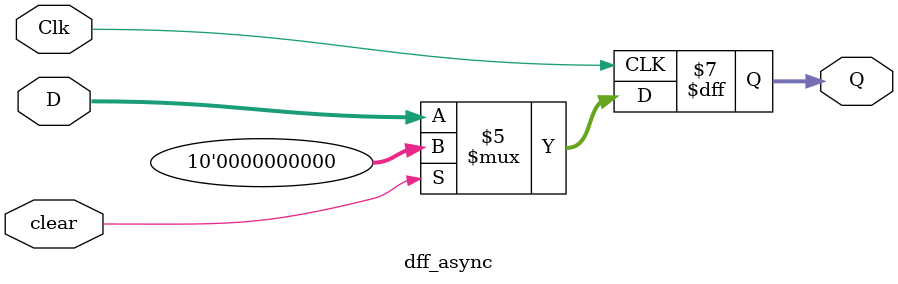
<source format=v>
module dff_async(input [9:0] D, input Clk, input clear, output reg [9:0] Q);
initial Q = 10'b0;
 always @(posedge Clk)
	if (clear == 1)
		begin
			Q = 10'b0;
		end 
	else
		begin
			Q = D;
		end
endmodule 
</source>
